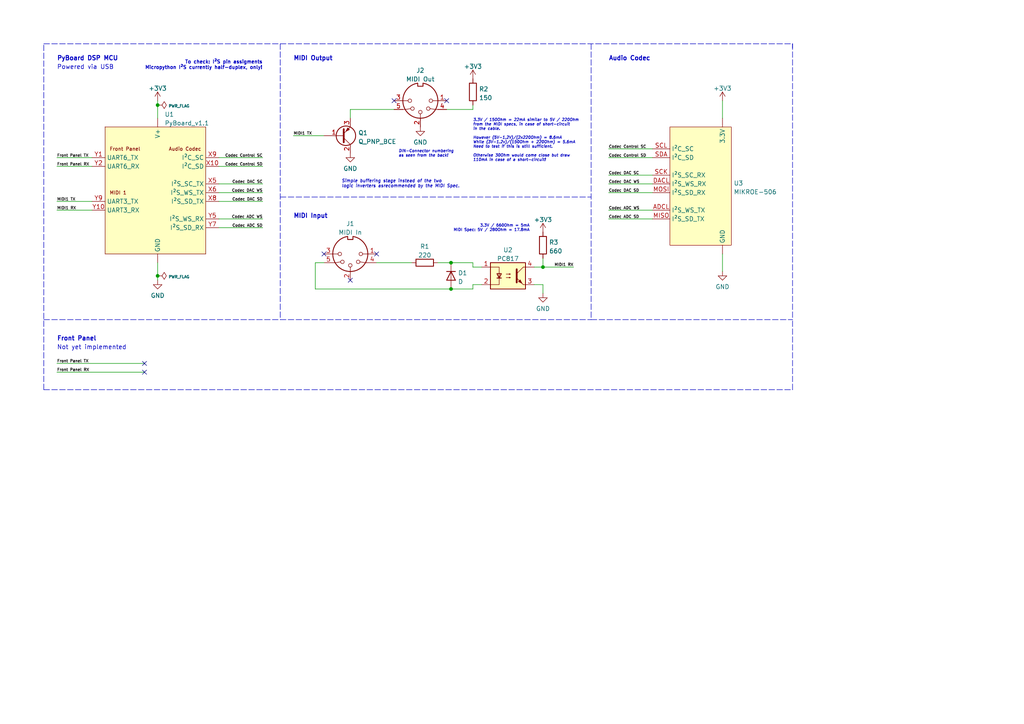
<source format=kicad_sch>
(kicad_sch (version 20211123) (generator eeschema)
  (paper "A4")
  (title_block (title "µKlavier Prototype Hardware") (date "2022-09-28") (rev "1") (company "Dennis Schulmeister-Zimolong") (comment 1 "License: GNU Affero General Public License"))
  (lib_symbols
    (symbol "00_Project:MIKROE-506"
      (property "Reference" "U" (at -7.62 17.78 0))
      (property "Value" "MIKROE-506" (at -2.54 -19.05 0))
      (symbol "MIKROE-506_0_1"
        (rectangle (start -8.89 16.51) (end 8.89 -17.78) (stroke (width 0.1524)) (fill (type background)))
      )
      (symbol "MIKROE-506_1_1"
        (pin power_in line (at 6.35 19.05 270) (length 2.54) (name "3.3V") (number ""))
        (pin power_in line (at 6.35 -20.32 90) (length 2.54) (name "GND") (number ""))
        (pin output line (at -13.97 -7.62 0) (length 5.08) (name "I²S_WS_TX") (number "ADCL"))
        (pin input line (at -13.97 0 0) (length 5.08) (name "I²S_WS_RX") (number "DACL"))
        (pin output line (at -13.97 -10.16 0) (length 5.08) (name "I²S_SD_TX") (number "MISO"))
        (pin input line (at -13.97 -2.54 0) (length 5.08) (name "I²S_SD_RX") (number "MOSI"))
        (pin input line (at -13.97 2.54 0) (length 5.08) (name "I²S_SC_RX") (number "SCK"))
        (pin bidirectional line (at -13.97 10.16 0) (length 5.08) (name "I²C_SC") (number "SCL"))
        (pin bidirectional line (at -13.97 7.62 0) (length 5.08) (name "I²C_SD") (number "SDA"))
      )
    )
    (symbol "00_Project:PyBoard_v1.1"
      (property "Reference" "U" (at -13.97 20.32 0))
      (property "Value" "PyBoard_v1.1" (at 7.62 20.32 0))
      (symbol "PyBoard_v1.1_0_0"
        (text "Audio Codec" (at 12.7 12.7 0) (effects (font (size 1 1)) (justify right)))
        (text "Front Panel" (at -13.97 12.7 0) (effects (font (size 1 1)) (justify left)))
        (text "MIDI 1" (at -13.97 0 0) (effects (font (size 1 1)) (justify left)))
      )
      (symbol "PyBoard_v1.1_0_1"
        (rectangle (start -15.24 19.05) (end -15.24 19.05) (stroke (width 0.1524)))
        (rectangle (start -15.24 19.05) (end 13.97 -17.78) (stroke (width 0.1524)) (fill (type background)))
      )
      (symbol "PyBoard_v1.1_1_1"
        (pin power_in line (at 0 -20.32 90) (length 2.54) (name "GND") (number ""))
        (pin power_in line (at 0 21.59 270) (length 2.54) (name "V+") (number ""))
        (pin bidirectional line (at 17.78 7.62 180) (length 3.81) (name "I²C_SD") (number "X10"))
        (pin output line (at 17.78 2.54 180) (length 3.81) (name "I²S_SC_TX") (number "X5"))
        (pin output line (at 17.78 0 180) (length 3.81) (name "I²S_WS_TX") (number "X6"))
        (pin output line (at 17.78 -2.54 180) (length 3.81) (name "I²S_SD_TX") (number "X8"))
        (pin bidirectional line (at 17.78 10.16 180) (length 3.81) (name "I²C_SC") (number "X9"))
        (pin output line (at -19.05 10.16 0) (length 3.81) (name "UART6_TX") (number "Y1"))
        (pin input line (at -19.05 -5.08 0) (length 3.81) (name "UART3_RX") (number "Y10"))
        (pin input line (at -19.05 7.62 0) (length 3.81) (name "UART6_RX") (number "Y2"))
        (pin input line (at 17.78 -7.62 180) (length 3.81) (name "I²S_WS_RX") (number "Y5"))
        (pin input line (at 17.78 -10.16 180) (length 3.81) (name "I²S_SD_RX") (number "Y7"))
        (pin output line (at -19.05 -2.54 0) (length 3.81) (name "UART3_TX") (number "Y9"))
      )
    )
    (symbol "Connector:DIN-5_180degree" (pin_names (offset 1.016))
      (property "Reference" "J" (at 3.175 5.715 0))
      (property "Value" "DIN-5_180degree" (at 0 -6.35 0))
      (symbol "DIN-5_180degree_0_1"
        (arc (start -5.08 0) (mid -3.8609 -3.3364) (end -0.762 -5.08) (stroke (width 0.254)))
        (circle (center -3.048 0) (radius 0.508))
        (circle (center -2.286 2.286) (radius 0.508))
        (polyline (pts (xy -5.08 0) (xy -3.556 0)))
        (polyline (pts (xy 0 5.08) (xy 0 3.81)))
        (polyline (pts (xy 5.08 0) (xy 3.556 0)))
        (polyline (pts (xy -5.08 2.54) (xy -4.318 2.54) (xy -2.794 2.286)))
        (polyline (pts (xy 5.08 2.54) (xy 4.318 2.54) (xy 2.794 2.286)))
        (polyline (pts (xy -0.762 -4.953) (xy -0.762 -4.191) (xy 0.762 -4.191) (xy 0.762 -4.953)) (stroke (width 0.254)))
        (circle (center 0 3.302) (radius 0.508))
        (arc (start 0.762 -5.08) (mid 3.8685 -3.343) (end 5.08 0) (stroke (width 0.254)))
        (circle (center 2.286 2.286) (radius 0.508))
        (circle (center 3.048 0) (radius 0.508))
        (arc (start 5.08 0) (mid 0 5.08) (end -5.08 0) (stroke (width 0.254)))
      )
      (symbol "DIN-5_180degree_1_1"
        (pin passive line (at -7.62 0 0) (length 2.54) (name "~") (number "1"))
        (pin passive line (at 0 7.62 270) (length 2.54) (name "~") (number "2"))
        (pin passive line (at 7.62 0 180) (length 2.54) (name "~") (number "3"))
        (pin passive line (at -7.62 2.54 0) (length 2.54) (name "~") (number "4"))
        (pin passive line (at 7.62 2.54 180) (length 2.54) (name "~") (number "5"))
      )
    )
    (symbol "Device:D" (pin_numbers hide) (pin_names (offset 1.016) hide)
      (property "Reference" "D" (at 0 2.54 0))
      (property "Value" "D" (at 0 -2.54 0))
      (symbol "D_0_1"
        (polyline (pts (xy -1.27 1.27) (xy -1.27 -1.27)) (stroke (width 0.254)))
        (polyline (pts (xy 1.27 0) (xy -1.27 0)))
        (polyline (pts (xy 1.27 1.27) (xy 1.27 -1.27) (xy -1.27 0) (xy 1.27 1.27)) (stroke (width 0.254)))
      )
      (symbol "D_1_1"
        (pin passive line (at -3.81 0 0) (length 2.54) (name "K") (number "1"))
        (pin passive line (at 3.81 0 180) (length 2.54) (name "A") (number "2"))
      )
    )
    (symbol "Device:Q_PNP_BCE" (pin_names (offset 0) hide)
      (property "Reference" "Q" (at 5.08 1.27 0))
      (property "Value" "Q_PNP_BCE" (at 5.08 -1.27 0))
      (symbol "Q_PNP_BCE_0_1"
        (polyline (pts (xy 0.635 0.635) (xy 2.54 2.54)))
        (polyline (pts (xy 0.635 -0.635) (xy 2.54 -2.54) (xy 2.54 -2.54)))
        (polyline (pts (xy 0.635 1.905) (xy 0.635 -1.905) (xy 0.635 -1.905)) (stroke (width 0.508)))
        (polyline (pts (xy 2.286 -1.778) (xy 1.778 -2.286) (xy 1.27 -1.27) (xy 2.286 -1.778) (xy 2.286 -1.778)) (fill (type outline)))
        (circle (center 1.27 0) (radius 2.8194) (stroke (width 0.254)))
      )
      (symbol "Q_PNP_BCE_1_1"
        (pin input line (at -5.08 0 0) (length 5.715) (name "B") (number "1"))
        (pin passive line (at 2.54 5.08 270) (length 2.54) (name "C") (number "2"))
        (pin passive line (at 2.54 -5.08 90) (length 2.54) (name "E") (number "3"))
      )
    )
    (symbol "Device:R" (pin_numbers hide) (pin_names (offset 0))
      (property "Reference" "R" (at 2.032 0 90))
      (property "Value" "R" (at 0 0 90))
      (symbol "R_0_1"
        (rectangle (start -1.016 -2.54) (end 1.016 2.54) (stroke (width 0.254)))
      )
      (symbol "R_1_1"
        (pin passive line (at 0 3.81 270) (length 1.27) (name "~") (number "1"))
        (pin passive line (at 0 -3.81 90) (length 1.27) (name "~") (number "2"))
      )
    )
    (symbol "Isolator:PC817" (pin_names (offset 1.016))
      (property "Reference" "U" (at -5.08 5.08 0))
      (property "Value" "PC817" (at 0 5.08 0))
      (symbol "PC817_0_1"
        (rectangle (start -5.08 3.81) (end 5.08 -3.81) (stroke (width 0.254)) (fill (type background)))
        (polyline (pts (xy -3.175 -0.635) (xy -1.905 -0.635)) (stroke (width 0.254)))
        (polyline (pts (xy 2.54 0.635) (xy 4.445 2.54)))
        (polyline (pts (xy 4.445 -2.54) (xy 2.54 -0.635)) (fill (type outline)))
        (polyline (pts (xy 4.445 -2.54) (xy 5.08 -2.54)))
        (polyline (pts (xy 4.445 2.54) (xy 5.08 2.54)))
        (polyline (pts (xy -5.08 2.54) (xy -2.54 2.54) (xy -2.54 -0.635)))
        (polyline (pts (xy -2.54 -0.635) (xy -2.54 -2.54) (xy -5.08 -2.54)))
        (polyline (pts (xy 2.54 1.905) (xy 2.54 -1.905) (xy 2.54 -1.905)) (stroke (width 0.508)))
        (polyline (pts (xy -2.54 -0.635) (xy -3.175 0.635) (xy -1.905 0.635) (xy -2.54 -0.635)) (stroke (width 0.254)))
        (polyline (pts (xy -0.508 -0.508) (xy 0.762 -0.508) (xy 0.381 -0.635) (xy 0.381 -0.381) (xy 0.762 -0.508)))
        (polyline (pts (xy -0.508 0.508) (xy 0.762 0.508) (xy 0.381 0.381) (xy 0.381 0.635) (xy 0.762 0.508)))
        (polyline (pts (xy 3.048 -1.651) (xy 3.556 -1.143) (xy 4.064 -2.159) (xy 3.048 -1.651) (xy 3.048 -1.651)) (fill (type outline)))
      )
      (symbol "PC817_1_1"
        (pin passive line (at -7.62 2.54 0) (length 2.54) (name "~") (number "1"))
        (pin passive line (at -7.62 -2.54 0) (length 2.54) (name "~") (number "2"))
        (pin passive line (at 7.62 -2.54 180) (length 2.54) (name "~") (number "3"))
        (pin passive line (at 7.62 2.54 180) (length 2.54) (name "~") (number "4"))
      )
    )
    (symbol "power:+3.3V" (power) (pin_names (offset 0))
      (property "Value" "+3.3V" (at 0 3.556 0))
      (symbol "+3.3V_0_1"
        (polyline (pts (xy -0.762 1.27) (xy 0 2.54)))
        (polyline (pts (xy 0 0) (xy 0 2.54)))
        (polyline (pts (xy 0 2.54) (xy 0.762 1.27)))
      )
      (symbol "+3.3V_1_1"
        (pin power_in line (at 0 0 90) (length 0) hide (name "+3V3") (number "1"))
      )
    )
    (symbol "power:GND" (power) (pin_names (offset 0))
      (property "Value" "GND" (at 0 -3.81 0))
      (symbol "GND_0_1"
        (polyline (pts (xy 0 0) (xy 0 -1.27) (xy 1.27 -1.27) (xy 0 -2.54) (xy -1.27 -1.27) (xy 0 -1.27)))
      )
      (symbol "GND_1_1"
        (pin power_in line (at 0 0 270) (length 0) hide (name "GND") (number "1"))
      )
    )
    (symbol "power:PWR_FLAG" (power) (pin_numbers hide) (pin_names (offset 0) hide)
      (property "Value" "PWR_FLAG" (at 0 3.81 0))
      (symbol "PWR_FLAG_0_0"
        (pin power_out line (at 0 0 90) (length 0) (name "pwr") (number "1"))
      )
      (symbol "PWR_FLAG_0_1"
        (polyline (pts (xy 0 0) (xy 0 1.27) (xy -1.016 1.905) (xy 0 2.54) (xy 1.016 1.905) (xy 0 1.27)))
      )
    )
  )
  (junction (at 130.81 76.2))
  (junction (at 130.81 83.82))
  (junction (at 157.48 77.47))
  (junction (at 45.72 30.48))
  (junction (at 45.72 80.01))
  (no_connect (at 114.3 29.21))
  (no_connect (at 129.54 29.21))
  (no_connect (at 41.91 105.41))
  (no_connect (at 101.6 81.28))
  (no_connect (at 109.22 73.66))
  (no_connect (at 93.98 73.66))
  (no_connect (at 41.91 107.95))
  (polyline (pts (xy 81.28 12.7) (xy 81.28 92.71)))
  (wire (pts (xy 157.48 74.93) (xy 157.48 77.47)))
  (wire (pts (xy 101.6 31.75) (xy 101.6 34.29)))
  (wire (pts (xy 63.5 66.04) (xy 76.2 66.04)))
  (wire (pts (xy 63.5 63.5) (xy 76.2 63.5)))
  (wire (pts (xy 85.09 39.37) (xy 93.98 39.37)))
  (wire (pts (xy 45.72 76.2) (xy 45.72 80.01)))
  (wire (pts (xy 63.5 55.88) (xy 76.2 55.88)))
  (wire (pts (xy 109.22 76.2) (xy 119.38 76.2)))
  (wire (pts (xy 45.72 30.48) (xy 45.72 34.29)))
  (wire (pts (xy 137.16 82.55) (xy 139.7 82.55)))
  (wire (pts (xy 63.5 53.34) (xy 76.2 53.34)))
  (wire (pts (xy 176.53 53.34) (xy 189.23 53.34)))
  (wire (pts (xy 154.94 82.55) (xy 157.48 82.55)))
  (wire (pts (xy 63.5 45.72) (xy 76.2 45.72)))
  (wire (pts (xy 16.51 58.42) (xy 26.67 58.42)))
  (wire (pts (xy 176.53 60.96) (xy 189.23 60.96)))
  (wire (pts (xy 137.16 83.82) (xy 137.16 82.55)))
  (polyline (pts (xy 12.7 113.03) (xy 12.7 12.7)))
  (wire (pts (xy 176.53 63.5) (xy 189.23 63.5)))
  (wire (pts (xy 63.5 58.42) (xy 76.2 58.42)))
  (wire (pts (xy 137.16 76.2) (xy 137.16 77.47)))
  (wire (pts (xy 16.51 45.72) (xy 26.67 45.72)))
  (wire (pts (xy 157.48 77.47) (xy 166.37 77.47)))
  (polyline (pts (xy 12.7 12.7) (xy 229.87 12.7)))
  (polyline (pts (xy 229.87 113.03) (xy 229.87 92.71)))
  (wire (pts (xy 16.51 48.26) (xy 26.67 48.26)))
  (wire (pts (xy 176.53 55.88) (xy 189.23 55.88)))
  (wire (pts (xy 157.48 82.55) (xy 157.48 85.09)))
  (polyline (pts (xy 12.7 92.71) (xy 81.28 92.71)))
  (wire (pts (xy 93.98 76.2) (xy 91.44 76.2)))
  (wire (pts (xy 16.51 107.95) (xy 41.91 107.95)))
  (wire (pts (xy 16.51 60.96) (xy 26.67 60.96)))
  (wire (pts (xy 130.81 76.2) (xy 137.16 76.2)))
  (wire (pts (xy 137.16 30.48) (xy 137.16 31.75)))
  (polyline (pts (xy 229.87 12.7) (xy 229.87 92.71)))
  (wire (pts (xy 16.51 105.41) (xy 41.91 105.41)))
  (polyline (pts (xy 171.45 12.7) (xy 171.45 92.71)))
  (wire (pts (xy 176.53 43.18) (xy 189.23 43.18)))
  (polyline (pts (xy 229.87 12.7) (xy 229.87 13.97)))
  (polyline (pts (xy 171.45 92.71) (xy 229.87 92.71)))
  (wire (pts (xy 101.6 31.75) (xy 114.3 31.75)))
  (wire (pts (xy 130.81 83.82) (xy 137.16 83.82)))
  (wire (pts (xy 154.94 77.47) (xy 157.48 77.47)))
  (wire (pts (xy 63.5 48.26) (xy 76.2 48.26)))
  (wire (pts (xy 176.53 50.8) (xy 189.23 50.8)))
  (wire (pts (xy 209.55 73.66) (xy 209.55 78.74)))
  (polyline (pts (xy 81.28 92.71) (xy 171.45 92.71)))
  (wire (pts (xy 91.44 76.2) (xy 91.44 83.82)))
  (polyline (pts (xy 12.7 113.03) (xy 229.87 113.03)))
  (wire (pts (xy 137.16 77.47) (xy 139.7 77.47)))
  (wire (pts (xy 45.72 80.01) (xy 45.72 81.28)))
  (wire (pts (xy 127 76.2) (xy 130.81 76.2)))
  (wire (pts (xy 45.72 29.21) (xy 45.72 30.48)))
  (wire (pts (xy 129.54 31.75) (xy 137.16 31.75)))
  (wire (pts (xy 91.44 83.82) (xy 130.81 83.82)))
  (wire (pts (xy 176.53 45.72) (xy 189.23 45.72)))
  (wire (pts (xy 209.55 29.21) (xy 209.55 34.29)))
  (polyline (pts (xy 81.28 57.15) (xy 171.45 57.15)))
  (text "MIDI Input" (at 85.09 63.5 0) (effects (font (size 1.27 1.27) (thickness 0.254) bold) (justify left bottom)))
  (text "Not yet implemented" (at 16.51 101.6 0) (effects (font (size 1.27 1.27)) (justify left bottom)))
  (text "3.3V / 660Ohm = 5mA\nMIDI Spec: 5V / 280Ohm = 17.8mA" (at 153.67 67.31 0) (effects (font (size 0.8 0.8)) (justify right bottom)))
  (text "Simple buffering stage instead of the two\nlogic inverters asrecommended by the MIDI Spec." (at 99.06 54.61 0) (effects (font (size 0.9 0.9) italic) (justify left bottom)))
  (text "3.3V / 150Ohm = 22mA similar to 5V / 220Ohm\nfrom the MIDI specs, in case of short-circuit\nin the cable.\n\nHowever (5V-1.2V)/(2x220Ohm) = 8.6mA\nWhile (3V-1.2v)/(150Ohm + 220Ohm) = 5.6mA\nNeed to test if this is still sufficient.\n\nOtherwise 30Ohm would come close but draw\n110mA in case of a short-circuit!" (at 137.16 46.99 0) (effects (font (size 0.8 0.8) italic) (justify left bottom)))
  (text "Audio Codec" (at 176.53 17.78 0) (effects (font (size 1.27 1.27) (thickness 0.254) bold) (justify left bottom)))
  (text "PyBoard DSP MCU" (at 16.51 17.78 0) (effects (font (size 1.27 1.27) (thickness 0.254) bold) (justify left bottom)))
  (text "DIN-Connector numbering\nas seen from the back!" (at 115.57 45.72 0) (effects (font (size 0.8 0.8) italic) (justify left bottom)))
  (text "To check: I²S pin assigments\nMicropython I²S currently half-duplex, only!" (at 76.2 20.32 0) (effects (font (size 1 1) (thickness 0.2) bold) (justify right bottom)))
  (text "Powered via USB" (at 16.51 20.32 0) (effects (font (size 1.27 1.27)) (justify left bottom)))
  (text "Front Panel" (at 16.51 99.06 0) (effects (font (size 1.27 1.27) (thickness 0.254) bold) (justify left bottom)))
  (text "MIDI Output" (at 85.09 17.78 0) (effects (font (size 1.27 1.27) (thickness 0.254) bold) (justify left bottom)))
  (label "Codec DAC SC" (at 176.53 50.8 0) (effects (font (size 0.8 0.8))))
  (label "Codec ADC SD" (at 76.2 66.04 180) (effects (font (size 0.8 0.8))))
  (label "Codec DAC SD" (at 176.53 55.88 0) (effects (font (size 0.8 0.8))))
  (label "Codec ADC WS" (at 176.53 60.96 0) (effects (font (size 0.8 0.8))))
  (label "Codec ADC WS" (at 76.2 63.5 180) (effects (font (size 0.8 0.8))))
  (label "MIDI1 TX" (at 85.09 39.37 0) (effects (font (size 0.8 0.8) bold)))
  (label "Codec DAC SD" (at 76.2 58.42 180) (effects (font (size 0.8 0.8))))
  (label "Codec Control SC" (at 76.2 45.72 180) (effects (font (size 0.8 0.8))))
  (label "Codec Control SD" (at 176.53 45.72 0) (effects (font (size 0.8 0.8))))
  (label "Front Panel RX" (at 16.51 48.26 0) (effects (font (size 0.8 0.8))))
  (label "Front Panel TX" (at 16.51 45.72 0) (effects (font (size 0.8 0.8))))
  (label "MIDI1 TX" (at 16.51 58.42 0) (effects (font (size 0.8 0.8))))
  (label "Codec DAC WS" (at 176.53 53.34 0) (effects (font (size 0.8 0.8))))
  (label "MIDI1 RX" (at 16.51 60.96 0) (effects (font (size 0.8 0.8))))
  (label "Codec DAC SC" (at 76.2 53.34 180) (effects (font (size 0.8 0.8))))
  (label "Codec DAC WS" (at 76.2 55.88 180) (effects (font (size 0.8 0.8))))
  (label "Codec Control SD" (at 76.2 48.26 180) (effects (font (size 0.8 0.8))))
  (label "Front Panel TX" (at 16.51 105.41 0) (effects (font (size 0.8 0.8) (thickness 0.16) bold)))
  (label "MIDI1 RX" (at 166.37 77.47 180) (effects (font (size 0.8 0.8) (thickness 0.16) bold)))
  (label "Codec ADC SD" (at 176.53 63.5 0) (effects (font (size 0.8 0.8))))
  (label "Front Panel RX" (at 16.51 107.95 0) (effects (font (size 0.8 0.8) bold)))
  (label "Codec Control SC" (at 176.53 43.18 0) (effects (font (size 0.8 0.8))))
  (symbol (lib_id "Device:R") (at 157.48 71.12 0) (unit 1)
    (property "Reference" "R3" (at 159.258 70.2853 0) (effects (justify left)))
    (property "Value" "660" (at 159.258 72.8222 0) (effects (justify left)))
  )
  (symbol (lib_id "power:PWR_FLAG") (at 45.72 30.48 270) (unit 1)
    (property "Reference" "#FLG01" (effects hide))
    (property "Value" "PWR_FLAG" (at 48.895 30.7533 90) (effects (font (size 0.8 0.8)) (justify left)))
  )
  (symbol (lib_id "power:GND") (at 157.48 85.09 0) (unit 1)
    (property "Reference" "#PWR07" (effects hide))
    (property "Value" "GND" (at 157.48 89.5334 0))
  )
  (symbol (lib_id "power:GND") (at 101.6 44.45 0) (unit 1)
    (property "Reference" "#PWR03" (effects hide))
    (property "Value" "GND" (at 101.6 48.8934 0))
  )
  (symbol (lib_id "Device:R") (at 123.19 76.2 90) (unit 1)
    (property "Reference" "R1" (at 123.19 71.4842 90))
    (property "Value" "220" (at 123.19 74.0211 90))
  )
  (symbol (lib_id "Device:Q_PNP_BCE") (at 99.06 39.37 0) (mirror x) (unit 1)
    (property "Reference" "Q1" (at 103.9114 38.5353 0) (effects (justify left)))
    (property "Value" "Q_PNP_BCE" (at 103.9114 41.0722 0) (effects (justify left)))
  )
  (symbol (lib_id "00_Project:PyBoard_v1.1") (at 45.72 55.88 0) (unit 1)
    (property "Reference" "U1" (at 47.7394 33.181 0) (effects (justify left)))
    (property "Value" "PyBoard_v1.1" (at 47.7394 35.7179 0) (effects (justify left)))
    (property "Datasheet" "https://docs.micropython.org/en/latest/pyboard/quickref.html" (effects hide))
  )
  (symbol (lib_id "power:PWR_FLAG") (at 45.72 80.01 270) (unit 1)
    (property "Reference" "#FLG02" (effects hide))
    (property "Value" "PWR_FLAG" (at 48.895 80.2833 90) (effects (font (size 0.8 0.8)) (justify left)))
  )
  (symbol (lib_id "power:+3.3V") (at 157.48 67.31 0) (unit 1)
    (property "Reference" "#PWR06" (effects hide))
    (property "Value" "+3.3V" (at 157.48 63.7342 0))
  )
  (symbol (lib_id "power:+3.3V") (at 45.72 29.21 0) (unit 1)
    (property "Reference" "#PWR01" (effects hide))
    (property "Value" "+3.3V" (at 45.72 25.6342 0))
  )
  (symbol (lib_id "power:GND") (at 121.92 36.83 0) (unit 1)
    (property "Reference" "#PWR04" (effects hide))
    (property "Value" "GND" (at 121.92 41.2734 0))
  )
  (symbol (lib_id "Device:R") (at 137.16 26.67 180) (unit 1)
    (property "Reference" "R2" (at 138.938 25.8353 0) (effects (justify right)))
    (property "Value" "150" (at 138.938 28.3722 0) (effects (justify right)))
  )
  (symbol (lib_id "power:GND") (at 45.72 81.28 0) (unit 1)
    (property "Reference" "#PWR02" (effects hide))
    (property "Value" "GND" (at 45.72 85.7234 0))
  )
  (symbol (lib_id "power:GND") (at 209.55 78.74 0) (unit 1)
    (property "Reference" "#PWR09" (effects hide))
    (property "Value" "GND" (at 209.55 83.1834 0))
  )
  (symbol (lib_id "power:+3.3V") (at 137.16 22.86 0) (unit 1)
    (property "Reference" "#PWR05" (effects hide))
    (property "Value" "+3.3V" (at 137.16 19.2842 0))
  )
  (symbol (lib_id "Isolator:PC817") (at 147.32 80.01 0) (unit 1)
    (property "Reference" "U2" (at 147.32 72.5002 0))
    (property "Value" "PC817" (at 147.32 75.0371 0))
    (property "Footprint" "Package_DIP:DIP-4_W7.62mm" (effects hide))
    (property "Datasheet" "http://www.soselectronic.cz/a_info/resource/d/pc817.pdf" (effects hide))
  )
  (symbol (lib_id "power:+3.3V") (at 209.55 29.21 0) (unit 1)
    (property "Reference" "#PWR08" (effects hide))
    (property "Value" "+3.3V" (at 209.55 25.6342 0))
  )
  (symbol (lib_id "Connector:DIN-5_180degree") (at 121.92 29.21 180) (unit 1)
    (property "Reference" "J2" (at 121.9199 20.4302 0))
    (property "Value" "MIDI Out" (at 121.9199 22.9671 0))
    (property "Datasheet" "http://www.mouser.com/ds/2/18/40_c091_abd_e-75918.pdf" (effects hide))
  )
  (symbol (lib_id "Connector:DIN-5_180degree") (at 101.6 73.66 180) (unit 1)
    (property "Reference" "J1" (at 101.5999 64.8802 0))
    (property "Value" "MIDI In" (at 101.5999 67.4171 0))
    (property "Datasheet" "http://www.mouser.com/ds/2/18/40_c091_abd_e-75918.pdf" (effects hide))
  )
  (symbol (lib_id "Device:D") (at 130.81 80.01 270) (unit 1)
    (property "Reference" "D1" (at 132.842 79.1753 90) (effects (justify left)))
    (property "Value" "D" (at 132.842 81.7122 90) (effects (justify left)))
  )
  (symbol (lib_id "00_Project:MIKROE-506") (at 203.2 53.34 0) (unit 1)
    (property "Reference" "U3" (at 212.8012 53.1403 0) (effects (justify left)))
    (property "Value" "MIKROE-506" (at 212.8012 55.6772 0) (effects (justify left)))
    (property "Datasheet" "https://www.buerklin.com/Buerklin-Webshop-Site/rest;loc=de_DE/attachments/Buerklin-Webshop%253A%252FFiles_437%252F8864826294302.pdf" (effects hide))
  )
)
</source>
